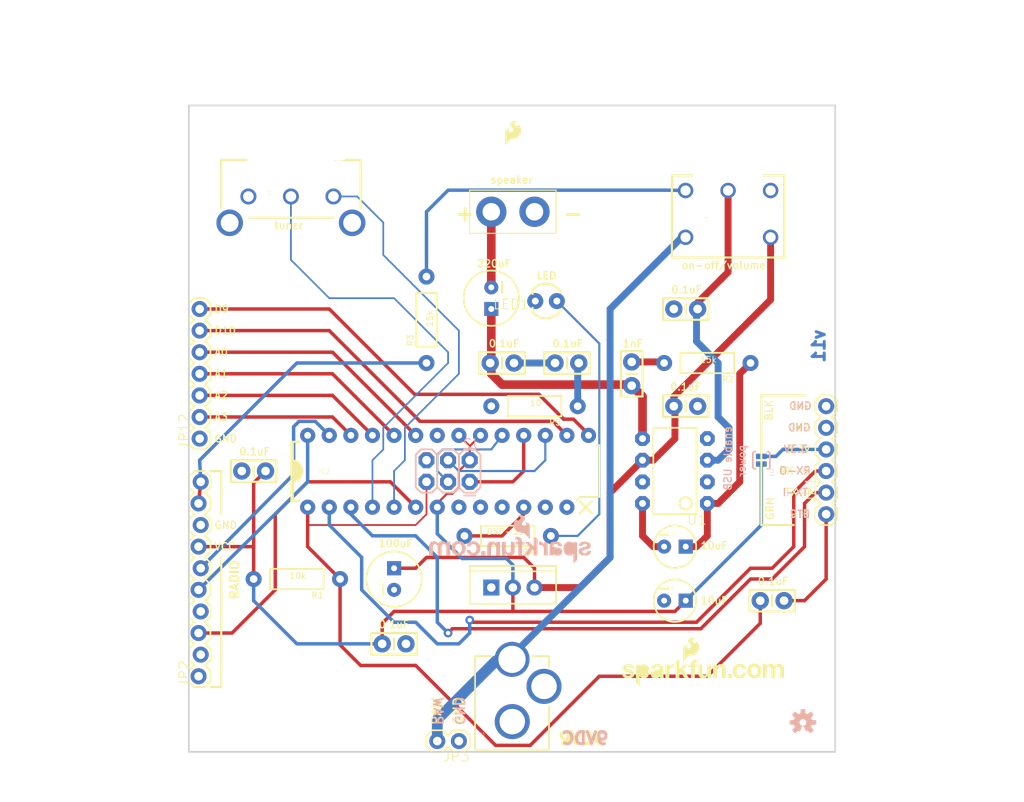
<source format=kicad_pcb>
(kicad_pcb (version 20211014) (generator pcbnew)
  (layers (0 "F.Cu" signal) (31 "B.Cu" signal) (34 "B.Paste" user) (35 "F.Paste" user) (36 "B.SilkS" user "B.Silkscreen") (37 "F.SilkS" user "F.Silkscreen") (38 "B.Mask" user) (39 "F.Mask" user) (44 "Edge.Cuts" user))
  (net 0 "")
  (net 1 "GND")
  (net 2 "3.3V")
  (net 3 "RESET")
  (net 4 "MOSI")
  (net 5 "MISO")
  (net 6 "SCK")
  (net 7 "SDA")
  (net 8 "SCL")
  (net 9 "DTR")
  (net 10 "TX")
  (net 11 "RX")
  (net 12 "VIN")
  (net 13 "N$2")
  (net 14 "N$3")
  (net 15 "N$5")
  (net 16 "N$6")
  (net 17 "N$7")
  (net 18 "RST")
  (net 19 "RAW")
  (net 20 "N$4")
  (net 21 "N$8")
  (net 22 "N$9")
  (net 23 "AOUT")
  (net 24 "A")
  (net 25 "N$10")
  (net 26 "N$13")
  (net 27 "B")
  (net 28 "A0")
  (net 29 "A1")
  (net 30 "A2")
  (net 31 "A3")
  (net 32 "D9")
  (net 33 "D10")
  (net 34 "LED")
  (net 35 "N$1")
  (footprint "boardEagle:CAP-PTH-SMALL-KIT" (layer "F.Cu") (at 154.9511 97.2836 180)
    (fp_text reference "C10" hide)
    (fp_text value "0.1uF" hide)
  )
  (footprint "boardEagle:CAP-PTH-SMALL-KIT" (layer "F.Cu") (at 179.0811 125.2236 180)
    (fp_text reference "C1" hide)
    (fp_text value "0.1uF" hide)
  )
  (footprint "boardEagle:CPOL-RADIAL-100UF-25V" (layer "F.Cu") (at 134.6311 122.6836 90)
    (fp_text reference "C2")
    (fp_text value "100uF")
  )
  (footprint "boardEagle:CAP-PTH-SMALL-KIT" (layer "F.Cu") (at 162.5711 98.5536 90)
    (fp_text reference "C7" hide)
    (fp_text value "1nF" hide)
  )
  (footprint "boardEagle:CAP-PTH-SMALL-KIT" (layer "F.Cu") (at 168.9211 90.9336)
    (fp_text reference "C8" hide)
    (fp_text value "0.1uF" hide)
  )
  (footprint "boardEagle:AXIAL-0.4" (layer "F.Cu") (at 147.9911 117.6136 180)
    (fp_text reference "R4")
    (fp_text value "DNP-330")
  )
  (footprint "boardEagle:POT_PTH_SWITCH" (layer "F.Cu") (at 173.9011 77.0036 90)
    (fp_text reference "U3")
    (fp_text value "")
  )
  (footprint "boardEagle:1X10_LOCK" (layer "F.Cu") (at 111.7711 134.1136 90)
    (fp_text reference "JP2")
    (fp_text value "M10LOCK")
  )
  (footprint "boardEagle:FTDI_BASIC" (layer "F.Cu") (at 185.4311 115.0636 90)
    (fp_text reference "JP1")
    (fp_text value "FTDI_BASICPTH")
  )
  (footprint "boardEagle:CPOL-RADIAL-100UF-25V" (layer "F.Cu") (at 146.0611 89.6636 -90)
    (fp_text reference "C11")
    (fp_text value "220uF")
  )
  (footprint "boardEagle:CAP-PTH-SMALL-KIT" (layer "F.Cu") (at 118.1211 109.9836)
    (fp_text reference "C4" hide)
    (fp_text value "0.1uF" hide)
  )
  (footprint "boardEagle:DIP08" (layer "F.Cu") (at 167.6511 109.9836 90)
    (fp_text reference "U1")
    (fp_text value "LM386")
  )
  (footprint "boardEagle:AXIAL-0.4" (layer "F.Cu") (at 171.4611 97.2836 180)
    (fp_text reference "R2")
    (fp_text value "15k")
  )
  (footprint "boardEagle:CPOL-RADIAL-10UF-25V" (layer "F.Cu") (at 167.6511 125.2236)
    (fp_text reference "C6")
    (fp_text value "10uF")
  )
  (footprint "boardEagle:CAP-PTH-SMALL-KIT" (layer "F.Cu") (at 134.6311 130.3036 180)
    (fp_text reference "C3" hide)
    (fp_text value "0.1uF" hide)
  )
  (footprint "boardEagle:TO220-ADJ" (layer "F.Cu") (at 148.6011 123.6836)
    (fp_text reference "U5" hide)
    (fp_text value "V_REG_317SINK" hide)
  )
  (footprint "boardEagle:AXIAL-0.4" (layer "F.Cu") (at 138.4411 92.2036 90)
    (fp_text reference "R3")
    (fp_text value "15k")
  )
  (footprint "boardEagle:SFE-NEW-WEBLOGO" (layer "F.Cu") (at 161.4281 135.2566)
    (fp_text reference "JP9" hide)
    (fp_text value "LOGO-SFENEW" hide)
  )
  (footprint "boardEagle:DIL28-EZ-PB0" (layer "F.Cu") (at 139.7111 109.9836)
    (fp_text reference "IC2")
    (fp_text value "")
  )
  (footprint "boardEagle:CAP-PTH-SMALL-KIT" (layer "F.Cu") (at 147.3311 97.2836 180)
    (fp_text reference "C9" hide)
    (fp_text value "0.1uF" hide)
  )
  (footprint "boardEagle:ENCODER-16MM-QUAD" (layer "F.Cu") (at 122.5011 77.7036 90)
    (fp_text reference "U2")
    (fp_text value "Encoder")
  )
  (footprint "boardEagle:1X07" (layer "F.Cu") (at 111.7711 106.1736 90)
    (fp_text reference "JP12")
    (fp_text value "")
  )
  (footprint "" (layer "F.Cu") (at 128.1011 138.5036)
    (fp_text reference "@HOLE2" hide)
    (fp_text value "")
  )
  (footprint "boardEagle:SFE-LOGO-FLAME" (layer "F.Cu") (at 147.7121 71.6296)
    (fp_text reference "JP8" hide)
    (fp_text value "LOGO-SFESK" hide)
  )
  (footprint "boardEagle:CREATIVE_COMMONS" (layer "F.Cu") (at 109.2311 144.2736)
    (fp_text reference "U$2" hide)
    (fp_text value "CREATIVE_COMMONS" hide)
  )
  (footprint "boardEagle:AXIAL-0.4" (layer "F.Cu") (at 151.1411 102.3636 180)
    (fp_text reference "R5")
    (fp_text value "10")
  )
  (footprint "" (layer "F.Cu") (at 168.9011 71.5036)
    (fp_text reference "@HOLE1" hide)
    (fp_text value "")
  )
  (footprint "boardEagle:AXIAL-0.4" (layer "F.Cu") (at 123.2011 122.6836 180)
    (fp_text reference "R1")
    (fp_text value "10k")
  )
  (footprint "boardEagle:CAP-PTH-SMALL-KIT" (layer "F.Cu") (at 168.9211 102.3636 180)
    (fp_text reference "C5" hide)
    (fp_text value "0.1uF" hide)
  )
  (footprint "" (layer "F.Cu") (at 168.9011 138.5036)
    (fp_text reference "@HOLE3" hide)
    (fp_text value "")
  )
  (footprint "" (layer "F.Cu") (at 128.1011 71.5036)
    (fp_text reference "@HOLE0" hide)
    (fp_text value "")
  )
  (footprint "boardEagle:1X02_XTRA_BIG" (layer "F.Cu") (at 148.6011 79.5036)
    (fp_text reference "JP4" hide)
    (fp_text value "" hide)
  )
  (footprint "boardEagle:CPOL-RADIAL-10UF-25V" (layer "F.Cu") (at 167.6511 118.8736)
    (fp_text reference "C12")
    (fp_text value "10uF")
  )
  (footprint "boardEagle:1X02" (layer "F.Cu") (at 142.2511 141.7336 180)
    (fp_text reference "JP3")
    (fp_text value "")
  )
  (footprint "boardEagle:POWER_JACK_PTH_LOCK" (layer "F.Cu") (at 148.5011 146.0036)
    (fp_text reference "J1")
    (fp_text value "POWER_JACKPTH_LOCK")
  )
  (footprint "boardEagle:LED3MM" (layer "F.Cu") (at 152.5011 90.0036 180)
    (fp_text reference "LED1")
    (fp_text value "DNP")
  )
  (footprint "boardEagle:SJ_2S-NO" (layer "B.Cu") (at 177.8111 108.7136 90)
    (fp_text reference "SJ1")
    (fp_text value "SOLDERJUMPERNO")
  )
  (footprint "boardEagle:SFE-NEW-WEBLOGO" (layer "B.Cu") (at 157.7911 120.8436 180)
    (fp_text reference "JP11" hide)
    (fp_text value "LOGO-SFENEW" hide)
  )
  (footprint "boardEagle:2X3" (layer "B.Cu") (at 143.5211 111.2536 180)
    (fp_text reference "J2")
    (fp_text value "AVR_SPI_PRG_6PTH")
  )
  (footprint "boardEagle:OSHW-LOGO-S" (layer "B.Cu") (at 182.7011 139.5436 180)
    (fp_text reference "U$1" hide)
    (fp_text value "OSHW-LOGOS" hide)
  )
  (gr_line (start 157.8721 113.5396) (end 156.4751 114.9366) (layer "F.SilkS") (width 0.254))
  (gr_line (start 177.8111 116.3336) (end 177.8111 101.0936) (layer "F.SilkS") (width 0.254))
  (gr_line (start 114.3111 135.3836) (end 113.0411 135.3836) (layer "F.SilkS") (width 0.254))
  (gr_line (start 156.4751 113.5396) (end 157.8721 114.9366) (layer "F.SilkS") (width 0.254))
  (gr_line (start 114.3111 109.9836) (end 114.3111 115.0636) (layer "F.SilkS") (width 0.254))
  (gr_line (start 156.4751 113.0316) (end 156.0941 113.4126) (layer "F.SilkS") (width 0.2032))
  (gr_line (start 114.3111 120.1436) (end 114.3111 135.3836) (layer "F.SilkS") (width 0.254))
  (gr_line (start 182.8911 101.0936) (end 177.8111 101.0936) (layer "F.SilkS") (width 0.254))
  (gr_line (start 181.6211 116.3336) (end 177.8111 116.3336) (layer "F.SilkS") (width 0.254))
  (gr_line (start 158.5071 113.0316) (end 156.4751 113.0316) (layer "F.SilkS") (width 0.2032))
  (gr_line (start 113.0411 109.9836) (end 114.3111 109.9836) (layer "F.SilkS") (width 0.254))
  (gr_line (start 186.5011 143.0036) (end 186.5011 67.0036) (layer "Edge.Cuts") (width 0.2032))
  (gr_line (start 186.5011 67.0036) (end 110.5011 67.0036) (layer "Edge.Cuts") (width 0.2032))
  (gr_line (start 110.5011 143.0036) (end 186.5011 143.0036) (layer "Edge.Cuts") (width 0.2032))
  (gr_line (start 110.5011 67.0036) (end 110.5011 143.0036) (layer "Edge.Cuts") (width 0.2032))
  (gr_text "v11" (at 185.3981 93.1606 -270) (layer "B.Cu") (effects (font (size 1.4224 1.4224) (thickness 0.3556)) (justify left bottom mirror)))
  (gr_text "GND" (at 141.7121 139.9556 -90) (layer "B.SilkS") (effects (font (size 1.0795 1.0795) (thickness 0.1905)) (justify left bottom mirror)))
  (gr_text "9VDC" (at 160.0311 142.2416) (layer "B.SilkS") (effects (font (size 1.4224 1.4224) (thickness 0.3556)) (justify left bottom mirror)))
  (gr_text "TX-I" (at 180.2241 111.9846) (layer "B.SilkS") (effects (font (size 0.8636 0.8636) (thickness 0.1524)) (justify right top mirror)))
  (gr_text "GND" (at 180.9861 101.8246) (layer "B.SilkS") (effects (font (size 0.8636 0.8636) (thickness 0.1524)) (justify right top mirror)))
  (gr_text "RX-O" (at 179.8431 109.4446) (layer "B.SilkS") (effects (font (size 0.8636 0.8636) (thickness 0.1524)) (justify right top mirror)))
  (gr_text "DTR" (at 183.6531 115.5716) (layer "B.SilkS") (effects (font (size 0.8636 0.8636) (thickness 0.1524)) (justify left bottom mirror)))
  (gr_text "3.3V" (at 180.3511 106.9046) (layer "B.SilkS") (effects (font (size 0.8636 0.8636) (thickness 0.1524)) (justify right top mirror)))
  (gr_text "GND" (at 180.8591 104.3646) (layer "B.SilkS") (effects (font (size 0.8636 0.8636) (thickness 0.1524)) (justify right top mirror)))
  (gr_text "RAW" (at 139.1721 139.9556 -90) (layer "B.SilkS") (effects (font (size 1.0795 1.0795) (thickness 0.1905)) (justify left bottom mirror)))
  (gr_text "enable USB" (at 174.3821 104.6496 -270) (layer "B.SilkS") (effects (font (size 0.8636 0.8636) (thickness 0.1524)) (justify left bottom mirror)))
  (gr_text "power" (at 176.0331 106.8086 -270) (layer "B.SilkS") (effects (font (size 0.8636 0.8636) (thickness 0.1524)) (justify left bottom mirror)))
  (gr_text "3.3V" (at 183.6531 106.9046) (layer "F.SilkS") (effects (font (size 0.8636 0.8636) (thickness 0.1524)) (justify right top)))
  (gr_text "A3" (at 113.4221 104.1416) (layer "F.SilkS") (effects (font (size 0.8636 0.8636) (thickness 0.1524)) (justify left bottom)))
  (gr_text "speaker" (at 145.8701 76.2686) (layer "F.SilkS") (effects (font (size 0.8636 0.8636) (thickness 0.1524)) (justify left bottom)))
  (gr_text "BLK" (at 179.2081 104.1416 90) (layer "F.SilkS") (effects (font (size 0.8636 0.8636) (thickness 0.1524)) (justify left bottom)))
  (gr_text "9VDC" (at 153.8081 142.2416) (layer "F.SilkS") (effects (font (size 1.4224 1.4224) (thickness 0.3556)) (justify left bottom)))
  (gr_text "A1" (at 113.4221 99.0616) (layer "F.SilkS") (effects (font (size 0.8636 0.8636) (thickness 0.1524)) (justify left bottom)))
  (gr_text "0.1uF" (at 145.6801 95.5056) (layer "F.SilkS") (effects (font (size 0.8636 0.8636) (thickness 0.1524)) (justify left bottom)))
  (gr_text "RAW" (at 140.2501 139.9556 90) (layer "F.SilkS") (effects (font (size 1.0795 1.0795) (thickness 0.1905)) (justify left bottom)))
  (gr_text "1nF" (at 161.4281 95.5056) (layer "F.SilkS") (effects (font (size 0.8636 0.8636) (thickness 0.1524)) (justify left bottom)))
  (gr_text "A0" (at 113.4221 96.5216) (layer "F.SilkS") (effects (font (size 0.8636 0.8636) (thickness 0.1524)) (justify left bottom)))
  (gr_text "LED" (at 151.3011 87.5036) (layer "F.SilkS") (effects (font (size 0.84328 0.84328) (thickness 0.17272)) (justify left bottom)))
  (gr_text "GND" (at 183.7801 101.8246) (layer "F.SilkS") (effects (font (size 0.8636 0.8636) (thickness 0.1524)) (justify right top)))
  (gr_text "GRN" (at 179.3351 115.8256 90) (layer "F.SilkS") (effects (font (size 0.8636 0.8636) (thickness 0.1524)) (justify left bottom)))
  (gr_text "GND" (at 113.4221 116.8416) (layer "F.SilkS") (effects (font (size 0.8636 0.8636) (thickness 0.1524)) (justify left bottom)))
  (gr_text "100uF" (at 132.7261 119.0006) (layer "F.SilkS") (effects (font (size 0.8636 0.8636) (thickness 0.1524)) (justify left bottom)))
  (gr_text "RX-O" (at 183.6531 109.4446) (layer "F.SilkS") (effects (font (size 0.8636 0.8636) (thickness 0.1524)) (justify right top)))
  (gr_text "D9" (at 113.4221 91.4416) (layer "F.SilkS") (effects (font (size 0.8636 0.8636) (thickness 0.1524)) (justify left bottom)))
  (gr_text "+" (at 141.6161 80.7736) (layer "F.SilkS") (effects (font (size 1.85674 1.85674) (thickness 0.32766)) (justify left bottom)))
  (gr_text "-" (at 154.3161 80.7736) (layer "F.SilkS") (effects (font (size 1.85674 1.85674) (thickness 0.32766)) (justify left bottom)))
  (gr_text "220uF" (at 144.2831 86.1076) (layer "F.SilkS") (effects (font (size 0.8636 0.8636) (thickness 0.1524)) (justify left bottom)))
  (gr_text "A2" (at 113.4221 101.6016) (layer "F.SilkS") (effects (font (size 0.8636 0.8636) (thickness 0.1524)) (justify left bottom)))
  (gr_text "0.1uF" (at 132.7261 128.5256) (layer "F.SilkS") (effects (font (size 0.8636 0.8636) (thickness 0.1524)) (justify left bottom)))
  (gr_text "GND" (at 183.6531 104.3646) (layer "F.SilkS") (effects (font (size 0.8636 0.8636) (thickness 0.1524)) (justify right top)))
  (gr_text "0.1uF" (at 167.0161 100.5856) (layer "F.SilkS") (effects (font (size 0.8636 0.8636) (thickness 0.1524)) (justify left bottom)))
  (gr_text "RADIO" (at 116.4701 125.2236 90) (layer "F.SilkS") (effects (font (size 1.0414 1.0414) (thickness 0.2286)) (justify left bottom)))
  (gr_text "GND" (at 113.4221 106.6816) (layer "F.SilkS") (effects (font (size 0.8636 0.8636) (thickness 0.1524)) (justify left bottom)))
  (gr_text "tuner" (at 120.4701 81.6026) (layer "F.SilkS") (effects (font (size 0.8636 0.8636) (thickness 0.1524)) (justify left bottom)))
  (gr_text "10uF" (at 170.5721 125.7316) (layer "F.SilkS") (effects (font (size 0.8636 0.8636) (thickness 0.1524)) (justify left bottom)))
  (gr_text "0.1uF" (at 167.1431 89.1556) (layer "F.SilkS") (effects (font (size 0.8636 0.8636) (thickness 0.1524)) (justify left bottom)))
  (gr_text "0.1uF" (at 116.3431 108.2056) (layer "F.SilkS") (effects (font (size 0.8636 0.8636) (thickness 0.1524)) (justify left bottom)))
  (gr_text "VCC" (at 113.4221 119.3816) (layer "F.SilkS") (effects (font (size 0.8636 0.8636) (thickness 0.1524)) (justify left bottom)))
  (gr_text "DTR" (at 183.6531 114.5246) (layer "F.SilkS") (effects (font (size 0.8636 0.8636) (thickness 0.1524)) (justify right top)))
  (gr_text "0.1uF" (at 177.3031 123.4456) (layer "F.SilkS") (effects (font (size 0.8636 0.8636) (thickness 0.1524)) (justify left bottom)))
  (gr_text "GND" (at 142.7901 139.9556 90) (layer "F.SilkS") (effects (font (size 1.0795 1.0795) (thickness 0.1905)) (justify left bottom)))
  (gr_text "on-off/volume" (at 168.3491 86.3016) (layer "F.SilkS") (effects (font (size 0.8636 0.8636) (thickness 0.1524)) (justify left bottom)))
  (gr_text "0.1uF" (at 153.1731 95.5056) (layer "F.SilkS") (effects (font (size 0.8636 0.8636) (thickness 0.1524)) (justify left bottom)))
  (gr_text "D10" (at 113.4221 93.9816) (layer "F.SilkS") (effects (font (size 0.8636 0.8636) (thickness 0.1524)) (justify left bottom)))
  (gr_text "10uF" (at 170.5721 119.2546) (layer "F.SilkS") (effects (font (size 0.8636 0.8636) (thickness 0.1524)) (justify left bottom)))
  (gr_text "TX-I" (at 183.6531 111.9846) (layer "F.SilkS") (effects (font (size 0.8636 0.8636) (thickness 0.1524)) (justify right top)))
  (segment (start 148.6011 126.4936) (end 153.6811 126.4936) (width 0.4064) (layer "F.Cu") (net 2))
  (segment (start 118.1211 118.8736) (end 118.1211 111.3806) (width 0.4064) (layer "F.Cu") (net 2))
  (segment (start 143.5211 108.7136) (end 143.5211 107.0626) (width 0.254) (layer "F.Cu") (net 2))
  (segment (start 139.7111 114.2381) (end 139.7111 113.7936) (width 0.254) (layer "F.Cu") (net 2))
  (segment (start 142.2511 109.9836) (end 142.2511 111.8886) (width 0.254) (layer "F.Cu") (net 2))
  (segment (start 141.4891 112.6506) (end 140.8541 112.6506) (width 0.254) (layer "F.Cu") (net 2))
  (segment (start 143.5211 108.7136) (end 142.2511 109.9836) (width 0.254) (layer "F.Cu") (net 2))
  (segment (start 142.2511 111.8886) (end 141.4891 112.6506) (width 0.254) (layer "F.Cu") (net 2))
  (segment (start 165.1111 126.4936) (end 167.6511 126.4936) (width 0.4064) (layer "F.Cu") (net 2))
  (segment (start 148.6011 123.9536) (end 148.6011 126.4936) (width 0.4064) (layer "F.Cu") (net 2))
  (segment (start 118.1211 111.3806) (end 119.5181 109.9836) (width 0.4064) (layer "F.Cu") (net 2))
  (segment (start 133.2341 130.3036) (end 133.2341 127.8906) (width 0.4064) (layer "F.Cu") (net 2))
  (segment (start 133.2341 127.8906) (end 134.6311 126.4936) (width 0.4064) (layer "F.Cu") (net 2))
  (segment (start 167.6511 126.4936) (end 168.9211 125.2236) (width 0.4064) (layer "F.Cu") (net 2))
  (segment (start 111.6441 118.8736) (end 118.1211 118.8736) (width 0.4064) (layer "F.Cu") (net 2))
  (segment (start 139.7111 113.7936) (end 140.8541 112.6506) (width 0.254) (layer "F.Cu") (net 2))
  (segment (start 147.3311 126.4936) (end 148.6011 126.4936) (width 0.4064) (layer "F.Cu") (net 2))
  (segment (start 118.1211 122.6836) (end 118.1211 118.8736) (width 0.4064) (layer "F.Cu") (net 2))
  (segment (start 148.6011 123.9536) (end 148.6011 123.6836) (width 0.4064) (layer "F.Cu") (net 2))
  (segment (start 143.5211 107.0626) (end 144.7911 105.7926) (width 0.254) (layer "F.Cu") (net 2))
  (segment (start 153.6811 126.4936) (end 165.1111 126.4936) (width 0.4064) (layer "F.Cu") (net 2))
  (segment (start 143.5211 107.0626) (end 142.2511 105.7926) (width 0.254) (layer "F.Cu") (net 2))
  (segment (start 134.6311 126.4936) (end 147.3311 126.4936) (width 0.4064) (layer "F.Cu") (net 2))
  (segment (start 139.7111 116.3336) (end 139.7111 117.3496) (width 0.4064) (layer "B.Cu") (net 2))
  (segment (start 139.7111 117.3496) (end 142.6321 120.2706) (width 0.4064) (layer "B.Cu") (net 2))
  (segment (start 177.8111 109.1636) (end 177.8111 116.3336) (width 0.4064) (layer "B.Cu") (net 2))
  (segment (start 171.4611 122.6836) (end 168.9211 125.2236) (width 0.4064) (layer "B.Cu") (net 2))
  (segment (start 177.8111 116.3336) (end 171.4611 122.6836) (width 0.4064) (layer "B.Cu") (net 2))
  (segment (start 148.6011 121.0326) (end 148.6011 123.6836) (width 0.4064) (layer "B.Cu") (net 2))
  (segment (start 142.6321 120.2706) (end 147.8391 120.2706) (width 0.4064) (layer "B.Cu") (net 2))
  (segment (start 123.2011 130.3036) (end 133.2341 130.3036) (width 0.4064) (layer "B.Cu") (net 2))
  (segment (start 118.1211 122.6836) (end 118.1211 125.2236) (width 0.4064) (layer "B.Cu") (net 2))
  (segment (start 118.1211 125.2236) (end 121.9311 129.0336) (width 0.4064) (layer "B.Cu") (net 2))
  (segment (start 121.9311 129.0336) (end 123.2011 130.3036) (width 0.4064) (layer "B.Cu") (net 2))
  (segment (start 147.8391 120.2706) (end 148.6011 121.0326) (width 0.4064) (layer "B.Cu") (net 2))
  (segment (start 139.7111 116.3336) (end 139.7111 114.2381) (width 0.4064) (layer "B.Cu") (net 2))
  (segment (start 177.6841 127.8906) (end 171.4611 134.1136) (width 0.4064) (layer "F.Cu") (net 3))
  (segment (start 130.6941 132.8436) (end 128.2811 130.4306) (width 0.4064) (layer "F.Cu") (net 3))
  (segment (start 124.4711 118.8736) (end 128.2811 122.6836) (width 0.4064) (layer "F.Cu") (net 3))
  (segment (start 150.6331 142.2416) (end 151.1411 141.7336) (width 0.4064) (layer "F.Cu") (net 3))
  (segment (start 177.6841 125.2236) (end 177.6841 127.8906) (width 0.4064) (layer "F.Cu") (net 3))
  (segment (start 144.7911 140.4636) (end 140.9811 136.6536) (width 0.4064) (layer "F.Cu") (net 3))
  (segment (start 152.4111 140.4636) (end 151.1411 141.7336) (width 0.4064) (layer "F.Cu") (net 3))
  (segment (start 171.4611 134.1136) (end 158.7611 134.1136) (width 0.4064) (layer "F.Cu") (net 3))
  (segment (start 124.4711 116.3336) (end 124.4711 118.8736) (width 0.4064) (layer "F.Cu") (net 3))
  (segment (start 146.0611 141.7336) (end 146.5691 142.2416) (width 0.4064) (layer "F.Cu") (net 3))
  (segment (start 137.1711 132.8436) (end 130.6941 132.8436) (width 0.4064) (layer "F.Cu") (net 3))
  (segment (start 146.0611 141.7336) (end 144.7911 140.4636) (width 0.4064) (layer "F.Cu") (net 3))
  (segment (start 138.4411 111.2536) (end 138.4411 115.0636) (width 0.2032) (layer "F.Cu") (net 3))
  (segment (start 124.4711 114.2381) (end 124.4711 116.3336) (width 0.4064) (layer "F.Cu") (net 3))
  (segment (start 138.4411 115.0636) (end 137.1711 116.3336) (width 0.2032) (layer "F.Cu") (net 3))
  (segment (start 128.2811 122.6836) (end 128.2811 130.4306) (width 0.4064) (layer "F.Cu") (net 3))
  (segment (start 146.5691 142.2416) (end 150.6331 142.2416) (width 0.4064) (layer "F.Cu") (net 3))
  (segment (start 158.7611 134.1136) (end 152.4111 140.4636) (width 0.4064) (layer "F.Cu") (net 3))
  (segment (start 140.9811 136.6536) (end 137.1711 132.8436) (width 0.4064) (layer "F.Cu") (net 3))
  (segment (start 137.1711 116.3336) (end 124.4711 116.3336) (width 0.2032) (layer "F.Cu") (net 3))
  (segment (start 152.4111 105.7926) (end 152.4111 108.7136) (width 0.254) (layer "B.Cu") (net 4))
  (segment (start 151.1411 109.9836) (end 142.2511 109.9836) (width 0.254) (layer "B.Cu") (net 4))
  (segment (start 152.4111 108.7136) (end 151.1411 109.9836) (width 0.254) (layer "B.Cu") (net 4))
  (segment (start 142.2511 109.9836) (end 140.9811 108.7136) (width 0.254) (layer "B.Cu") (net 4))
  (segment (start 148.6011 111.2536) (end 149.8711 109.9836) (width 0.4064) (layer "F.Cu") (net 5))
  (segment (start 149.8711 109.9836) (end 149.8711 105.7926) (width 0.4064) (layer "F.Cu") (net 5))
  (segment (start 143.5211 111.2536) (end 148.6011 111.2536) (width 0.4064) (layer "F.Cu") (net 5))
  (segment (start 139.7111 108.0786) (end 140.3461 107.4436) (width 0.254) (layer "B.Cu") (net 6))
  (segment (start 146.0611 107.4436) (end 147.3311 105.7926) (width 0.254) (layer "B.Cu") (net 6))
  (segment (start 140.3461 107.4436) (end 146.0611 107.4436) (width 0.254) (layer "B.Cu") (net 6))
  (segment (start 140.9811 111.2536) (end 139.7111 109.9836) (width 0.254) (layer "B.Cu") (net 6))
  (segment (start 139.7111 109.9836) (end 139.7111 108.0786) (width 0.254) (layer "B.Cu") (net 6))
  (segment (start 122.8201 104.7766) (end 122.8201 110.3646) (width 0.4064) (layer "B.Cu") (net 7))
  (segment (start 125.3601 104.1416) (end 123.4551 104.1416) (width 0.4064) (layer "B.Cu") (net 7))
  (segment (start 123.4551 104.1416) (end 122.8201 104.7766) (width 0.4064) (layer "B.Cu") (net 7))
  (segment (start 127.0111 105.7926) (end 125.3601 104.1416) (width 0.4064) (layer "B.Cu") (net 7))
  (segment (start 122.8201 110.3646) (end 111.8981 121.4136) (width 0.4064) (layer "B.Cu") (net 7))
  (segment (start 124.4711 109.9836) (end 124.4711 111.2536) (width 0.4064) (layer "B.Cu") (net 8))
  (segment (start 124.4711 111.2536) (end 111.6441 123.9536) (width 0.4064) (layer "B.Cu") (net 8))
  (segment (start 124.4711 109.9836) (end 124.4711 105.7926) (width 0.4064) (layer "B.Cu") (net 8))
  (segment (start 185.4311 115.0636) (end 185.4311 122.6836) (width 0.4064) (layer "F.Cu") (net 9))
  (segment (start 185.4311 122.6836) (end 182.8911 125.2236) (width 0.4064) (layer "F.Cu") (net 9))
  (segment (start 182.8911 125.2236) (end 180.4781 125.2236) (width 0.4064) (layer "F.Cu") (net 9))
  (segment (start 182.8911 116.3336) (end 182.8911 118.8736) (width 0.4064) (layer "F.Cu") (net 10))
  (segment (start 160.7931 128.5256) (end 170.6991 128.5256) (width 0.4064) (layer "F.Cu") (net 10))
  (segment (start 182.8911 113.7936) (end 182.8911 116.3336) (width 0.4064) (layer "F.Cu") (net 10))
  (segment (start 182.8911 118.8736) (end 179.0811 122.6836) (width 0.4064) (layer "F.Cu") (net 10))
  (segment (start 184.1611 112.5236) (end 182.8911 113.7936) (width 0.4064) (layer "F.Cu") (net 10))
  (segment (start 179.0811 122.6836) (end 176.5411 122.6836) (width 0.4064) (layer "F.Cu") (net 10))
  (segment (start 176.5411 122.6836) (end 170.6991 128.5256) (width 0.4064) (layer "F.Cu") (net 10))
  (segment (start 141.4891 128.5256) (end 140.9811 129.0336) (width 0.4064) (layer "F.Cu") (net 10))
  (segment (start 185.4311 112.5236) (end 184.1611 112.5236) (width 0.4064) (layer "F.Cu") (net 10))
  (segment (start 160.7931 128.5256) (end 141.4891 128.5256) (width 0.4064) (layer "F.Cu") (net 10))
  (via (at 140.9811 129.0336) (size 1.016) (drill 0.508) (layers "F.Cu" "B.Cu") (net 10))
  (segment (start 139.7111 120.1436) (end 139.7111 127.7636) (width 0.4064) (layer "B.Cu") (net 10))
  (segment (start 137.1711 117.6036) (end 139.7111 120.1436) (width 0.4064) (layer "B.Cu") (net 10))
  (segment (start 129.5511 114.2381) (end 129.5511 115.0636) (width 0.4064) (layer "B.Cu") (net 10))
  (segment (start 132.0911 117.6036) (end 137.1711 117.6036) (width 0.4064) (layer "B.Cu") (net 10))
  (segment (start 139.7111 127.7636) (end 140.9811 129.0336) (width 0.4064) (layer "B.Cu") (net 10))
  (segment (start 129.5511 115.0636) (end 132.0911 117.6036) (width 0.4064) (layer "B.Cu") (net 10))
  (segment (start 181.6211 118.8736) (end 179.0811 121.4136) (width 0.4064) (layer "F.Cu") (net 11))
  (segment (start 143.7751 127.7636) (end 143.5211 127.5096) (width 0.4064) (layer "F.Cu") (net 11))
  (segment (start 181.6211 112.5236) (end 184.1611 109.9836) (width 0.4064) (layer "F.Cu") (net 11))
  (segment (start 181.6211 117.6036) (end 181.6211 112.5236) (width 0.4064) (layer "F.Cu") (net 11))
  (segment (start 162.5711 127.7636) (end 170.1911 127.7636) (width 0.4064) (layer "F.Cu") (net 11))
  (segment (start 179.0811 121.4136) (end 176.5411 121.4136) (width 0.4064) (layer "F.Cu") (net 11))
  (segment (start 184.1611 109.9836) (end 185.4311 109.9836) (width 0.4064) (layer "F.Cu") (net 11))
  (segment (start 162.5711 127.7636) (end 143.7751 127.7636) (width 0.4064) (layer "F.Cu") (net 11))
  (segment (start 181.6211 117.6036) (end 181.6211 118.8736) (width 0.4064) (layer "F.Cu") (net 11))
  (segment (start 176.5411 121.4136) (end 170.1911 127.7636) (width 0.4064) (layer "F.Cu") (net 11))
  (via (at 143.5211 127.5096) (size 1.016) (drill 0.508) (layers "F.Cu" "B.Cu") (net 11))
  (segment (start 139.7111 130.3036) (end 137.1711 127.7636) (width 0.4064) (layer "B.Cu") (net 11))
  (segment (start 143.5211 129.0336) (end 142.2511 130.3036) (width 0.4064) (layer "B.Cu") (net 11))
  (segment (start 127.0111 116.3336) (end 127.0111 114.2381) (width 0.4064) (layer "B.Cu") (net 11))
  (segment (start 134.6311 127.7636) (end 130.8211 123.9536) (width 0.4064) (layer "B.Cu") (net 11))
  (segment (start 143.5211 127.5096) (end 143.5211 129.0336) (width 0.4064) (layer "B.Cu") (net 11))
  (segment (start 142.2511 130.3036) (end 139.7111 130.3036) (width 0.4064) (layer "B.Cu") (net 11))
  (segment (start 130.8211 120.1436) (end 127.0111 116.3336) (width 0.4064) (layer "B.Cu") (net 11))
  (segment (start 137.1711 127.7636) (end 134.6311 127.7636) (width 0.4064) (layer "B.Cu") (net 11))
  (segment (start 130.8211 123.9536) (end 130.8211 120.1436) (width 0.4064) (layer "B.Cu") (net 11))
  (segment (start 167.6511 106.1736) (end 167.6511 102.4906) (width 0.8128) (layer "F.Cu") (net 12))
  (segment (start 137.1711 121.4136) (end 134.6311 121.4136) (width 0.4064) (layer "F.Cu") (net 12))
  (segment (start 163.8411 108.7136) (end 165.1111 108.7136) (width 0.8128) (layer "F.Cu") (net 12))
  (segment (start 178.9011 82.5036) (end 178.9011 89.8436) (width 0.8128) (layer "F.Cu") (net 12))
  (segment (start 151.1411 123.6836) (end 156.4911 123.6836) (width 0.8128) (layer "F.Cu") (net 12))
  (segment (start 138.4411 120.1436) (end 137.1711 121.4136) (width 0.4064) (layer "F.Cu") (net 12))
  (segment (start 178.9011 89.8436) (end 175.2711 93.4736) (width 0.8128) (layer "F.Cu") (net 12))
  (segment (start 156.4911 123.6836) (end 157.4911 122.6836) (width 0.8128) (layer "F.Cu") (net 12))
  (segment (start 167.5241 101.2206) (end 175.2711 93.4736) (width 0.8128) (layer "F.Cu") (net 12))
  (segment (start 167.5241 102.3636) (end 167.5241 101.2206) (width 0.8128) (layer "F.Cu") (net 12))
  (segment (start 149.8711 120.1436) (end 138.4411 120.1436) (width 0.4064) (layer "F.Cu") (net 12))
  (segment (start 165.1111 108.7136) (end 167.6511 106.1736) (width 0.8128) (layer "F.Cu") (net 12))
  (segment (start 167.6511 102.4906) (end 167.5241 102.3636) (width 0.4064) (layer "F.Cu") (net 12))
  (segment (start 151.1411 121.4136) (end 149.8711 120.1436) (width 0.4064) (layer "F.Cu") (net 12))
  (segment (start 160.0311 120.1436) (end 157.4911 122.6836) (width 0.8128) (layer "F.Cu") (net 12))
  (segment (start 151.1411 123.6836) (end 151.1411 121.4136) (width 0.4064) (layer "F.Cu") (net 12))
  (segment (start 163.8411 108.7136) (end 160.0311 112.5236) (width 0.8128) (layer "F.Cu") (net 12))
  (segment (start 160.0311 112.5236) (end 160.0311 120.1436) (width 0.8128) (layer "F.Cu") (net 12))
  (segment (start 173.9011 77.0036) (end 173.9011 86.6036) (width 0.8128) (layer "F.Cu") (net 13))
  (segment (start 170.3181 90.9336) (end 170.3181 90.1866) (width 0.8128) (layer "F.Cu") (net 13))
  (segment (start 170.3181 90.1866) (end 173.0011 87.5036) (width 0.8128) (layer "F.Cu") (net 13))
  (segment (start 173.0011 87.5036) (end 173.5011 87.0036) (width 0.8128) (layer "F.Cu") (net 13))
  (segment (start 173.9011 86.6036) (end 173.0011 87.5036) (width 0.8128) (layer "F.Cu") (net 13))
  (segment (start 172.7311 108.7136) (end 174.0011 107.4436) (width 0.8128) (layer "B.Cu") (net 13))
  (segment (start 170.1911 94.7436) (end 170.1911 91.0606) (width 0.8128) (layer "B.Cu") (net 13))
  (segment (start 172.7311 97.2836) (end 170.1911 94.7436) (width 0.8128) (layer "B.Cu") (net 13))
  (segment (start 172.7311 103.6336) (end 172.7311 97.2836) (width 0.8128) (layer "B.Cu") (net 13))
  (segment (start 174.0011 107.4436) (end 174.0011 104.9036) (width 0.8128) (layer "B.Cu") (net 13))
  (segment (start 171.4611 108.7136) (end 172.7311 108.7136) (width 0.8128) (layer "B.Cu") (net 13))
  (segment (start 174.0011 104.9036) (end 172.7311 103.6336) (width 0.8128) (layer "B.Cu") (net 13))
  (segment (start 170.1911 91.0606) (end 170.3181 90.9336) (width 0.4064) (layer "B.Cu") (net 13))
  (segment (start 147.3311 99.8236) (end 146.0611 98.5536) (width 1.016) (layer "F.Cu") (net 14))
  (segment (start 163.8411 101.2206) (end 162.5711 99.9506) (width 1.016) (layer "F.Cu") (net 14))
  (segment (start 158.7611 99.8236) (end 162.4441 99.8236) (width 1.016) (layer "F.Cu") (net 14))
  (segment (start 146.0611 97.2836) (end 145.9341 97.2836) (width 0.4064) (layer "F.Cu") (net 14))
  (segment (start 146.0611 90.9336) (end 146.0611 97.2836) (width 1.016) (layer "F.Cu") (net 14))
  (segment (start 158.7611 99.8236) (end 147.3311 99.8236) (width 1.016) (layer "F.Cu") (net 14))
  (segment (start 146.0611 98.5536) (end 146.0611 97.4106) (width 1.016) (layer "F.Cu") (net 14))
  (segment (start 146.0611 97.4106) (end 145.9341 97.2836) (width 1.016) (layer "F.Cu") (net 14))
  (segment (start 162.4441 99.8236) (end 162.5711 99.9506) (width 1.016) (layer "F.Cu") (net 14))
  (segment (start 163.8411 106.1736) (end 163.8411 101.2206) (width 1.016) (layer "F.Cu") (net 14))
  (segment (start 146.0611 79.5036) (end 146.0611 88.3936) (width 1.016) (layer "F.Cu") (net 15))
  (segment (start 148.7281 97.2836) (end 153.5541 97.2836) (width 0.8128) (layer "B.Cu") (net 16))
  (segment (start 156.2211 97.4106) (end 156.3481 97.2836) (width 0.8128) (layer "B.Cu") (net 17))
  (segment (start 156.2211 98.5536) (end 156.2211 97.4106) (width 0.8128) (layer "B.Cu") (net 17))
  (segment (start 156.2211 98.6806) (end 156.2211 98.5536) (width 0.254) (layer "B.Cu") (net 17))
  (segment (start 156.2211 102.3636) (end 156.2211 98.6806) (width 0.8128) (layer "B.Cu") (net 17))
  (segment (start 133.3611 111.2536) (end 134.1866 111.2536) (width 0.4064) (layer "F.Cu") (net 18))
  (segment (start 120.6611 123.9536) (end 119.3911 125.2236) (width 0.4064) (layer "F.Cu") (net 18))
  (segment (start 111.6441 129.0336) (end 115.5811 129.0336) (width 0.4064) (layer "F.Cu") (net 18))
  (segment (start 124.4711 111.2536) (end 120.6611 115.0636) (width 0.4064) (layer "F.Cu") (net 18))
  (segment (start 120.6611 115.0636) (end 120.6611 123.9536) (width 0.4064) (layer "F.Cu") (net 18))
  (segment (start 134.1866 111.2536) (end 137.1711 114.2381) (width 0.4064) (layer "F.Cu") (net 18))
  (segment (start 133.3611 111.2536) (end 124.4711 111.2536) (width 0.4064) (layer "F.Cu") (net 18))
  (segment (start 115.5811 129.0336) (end 119.3911 125.2236) (width 0.4064) (layer "F.Cu") (net 18))
  (segment (start 160.0311 120.1436) (end 158.7611 121.4136) (width 0.8128) (layer "B.Cu") (net 19))
  (segment (start 148.5011 132.1258) (end 148.8711 131.3036) (width 0.8128) (layer "B.Cu") (net 19))
  (segment (start 160.0311 90.9336) (end 166.3811 84.5836) (width 0.8128) (layer "B.Cu") (net 19))
  (segment (start 143.5211 135.3836) (end 139.7111 139.1936) (width 1.27) (layer "B.Cu") (net 19))
  (segment (start 160.0311 115.0636) (end 160.0311 92.2036) (width 0.8128) (layer "B.Cu") (net 19))
  (segment (start 160.0311 92.2036) (end 160.0311 90.9336) (width 0.8128) (layer "B.Cu") (net 19))
  (segment (start 139.7111 139.1936) (end 139.7111 141.7336) (width 1.27) (layer "B.Cu") (net 19))
  (segment (start 143.5211 135.3836) (end 146.0611 132.8436) (width 1.27) (layer "B.Cu") (net 19))
  (segment (start 148.8711 131.3036) (end 158.7611 121.4136) (width 0.8128) (layer "B.Cu") (net 19))
  (segment (start 168.9011 82.5036) (end 168.4611 82.5036) (width 0.8128) (layer "B.Cu") (net 19))
  (segment (start 160.0311 115.0636) (end 160.0311 120.1436) (width 0.8128) (layer "B.Cu") (net 19))
  (segment (start 148.5011 132.1258) (end 146.6011 132.3036) (width 1.27) (layer "B.Cu") (net 19))
  (segment (start 168.4611 82.5036) (end 166.3811 84.5836) (width 0.8128) (layer "B.Cu") (net 19))
  (segment (start 146.6011 132.3036) (end 146.0611 132.8436) (width 1.27) (layer "B.Cu") (net 19))
  (segment (start 175.2711 98.5536) (end 176.5411 97.2836) (width 0.8128) (layer "F.Cu") (net 20))
  (segment (start 171.4611 117.6036) (end 170.1911 118.8736) (width 0.8128) (layer "F.Cu") (net 20))
  (segment (start 172.7311 113.7936) (end 175.2711 111.2536) (width 0.8128) (layer "F.Cu") (net 20))
  (segment (start 170.1911 118.8736) (end 168.9211 118.8736) (width 0.8128) (layer "F.Cu") (net 20))
  (segment (start 175.2711 111.2536) (end 175.2711 98.5536) (width 0.8128) (layer "F.Cu") (net 20))
  (segment (start 171.4611 113.7936) (end 172.7311 113.7936) (width 0.8128) (layer "F.Cu") (net 20))
  (segment (start 171.4611 113.7936) (end 171.4611 117.6036) (width 0.8128) (layer "F.Cu") (net 20))
  (segment (start 165.1111 118.8736) (end 166.3811 118.8736) (width 0.8128) (layer "F.Cu") (net 21))
  (segment (start 163.8411 117.6036) (end 165.1111 118.8736) (width 0.8128) (layer "F.Cu") (net 21))
  (segment (start 163.8411 113.7936) (end 163.8411 117.6036) (width 0.8128) (layer "F.Cu") (net 21))
  (segment (start 162.5711 97.1566) (end 166.2541 97.1566) (width 0.8128) (layer "F.Cu") (net 22))
  (segment (start 166.2541 97.1566) (end 166.3811 97.2836) (width 0.8128) (layer "F.Cu") (net 22))
  (segment (start 111.6441 113.7936) (end 111.8981 111.2536) (width 0.4064) (layer "F.Cu") (net 23))
  (segment (start 123.2011 97.2836) (end 111.7711 108.7136) (width 0.4064) (layer "B.Cu") (net 23))
  (segment (start 138.4411 97.2836) (end 123.2011 97.2836) (width 0.4064) (layer "B.Cu") (net 23))
  (segment (start 111.7711 108.7136) (end 111.8981 111.2536) (width 0.4064) (layer "B.Cu") (net 23))
  (segment (start 133.3611 82.0436) (end 133.3611 80.7736) (width 0.2032) (layer "B.Cu") (net 24))
  (segment (start 130.2911 77.7036) (end 130.8211 78.2336) (width 0.2032) (layer "B.Cu") (net 24))
  (segment (start 135.9011 104.9036) (end 142.2511 98.5536) (width 0.2032) (layer "B.Cu") (net 24))
  (segment (start 133.3611 80.7736) (end 130.8211 78.2336) (width 0.2032) (layer "B.Cu") (net 24))
  (segment (start 142.2511 93.4736) (end 133.3611 84.5836) (width 0.2032) (layer "B.Cu") (net 24))
  (segment (start 127.5011 77.7036) (end 130.2911 77.7036) (width 0.2032) (layer "B.Cu") (net 24))
  (segment (start 135.9011 108.7136) (end 135.9011 104.9036) (width 0.2032) (layer "B.Cu") (net 24))
  (segment (start 133.3611 84.5836) (end 133.3611 82.0436) (width 0.2032) (layer "B.Cu") (net 24))
  (segment (start 142.2511 98.5536) (end 142.2511 93.4736) (width 0.2032) (layer "B.Cu") (net 24))
  (segment (start 134.6311 114.2381) (end 134.6311 109.9836) (width 0.2032) (layer "B.Cu") (net 24))
  (segment (start 134.6311 109.9836) (end 135.9011 108.7136) (width 0.2032) (layer "B.Cu") (net 24))
  (segment (start 166.8611 76.9636) (end 168.9011 77.0036) (width 0.4064) (layer "B.Cu") (net 25))
  (segment (start 138.4411 87.1236) (end 138.4411 79.5036) (width 0.4064) (layer "B.Cu") (net 25))
  (segment (start 166.4611 76.9636) (end 166.8611 76.9636) (width 0.4064) (layer "B.Cu") (net 25))
  (segment (start 138.4411 79.5036) (end 140.9811 76.9636) (width 0.4064) (layer "B.Cu") (net 25))
  (segment (start 140.9811 76.9636) (end 166.4611 76.9636) (width 0.4064) (layer "B.Cu") (net 25))
  (segment (start 177.8111 108.2636) (end 179.5311 108.2636) (width 0.4064) (layer "B.Cu") (net 26))
  (segment (start 180.3511 107.4436) (end 181.6211 107.4436) (width 0.4064) (layer "B.Cu") (net 26))
  (segment (start 180.3511 107.4436) (end 181.6211 107.4436) (width 0.4064) (layer "B.Cu") (net 26))
  (segment (start 179.5311 108.2636) (end 180.3511 107.4436) (width 0.4064) (layer "B.Cu") (net 26))
  (segment (start 185.4311 107.4436) (end 181.6211 107.4436) (width 0.4064) (layer "B.Cu") (net 26))
  (segment (start 140.9811 96.0136) (end 134.6311 89.6636) (width 0.2032) (layer "B.Cu") (net 27))
  (segment (start 122.5011 77.7036) (end 122.5011 85.1536) (width 0.2032) (layer "B.Cu") (net 27))
  (segment (start 134.6311 89.6636) (end 127.0111 89.6636) (width 0.2032) (layer "B.Cu") (net 27))
  (segment (start 122.5011 85.1536) (end 127.0111 89.6636) (width 0.2032) (layer "B.Cu") (net 27))
  (segment (start 133.3611 104.9036) (end 140.9811 97.2836) (width 0.2032) (layer "B.Cu") (net 27))
  (segment (start 133.3611 107.4436) (end 133.3611 104.9036) (width 0.2032) (layer "B.Cu") (net 27))
  (segment (start 132.0911 108.7136) (end 133.3611 107.4436) (width 0.2032) (layer "B.Cu") (net 27))
  (segment (start 132.0911 114.2381) (end 132.0911 108.7136) (width 0.2032) (layer "B.Cu") (net 27))
  (segment (start 140.9811 97.2836) (end 140.9811 96.0136) (width 0.2032) (layer "B.Cu") (net 27))
  (segment (start 127.3921 96.0136) (end 137.1711 105.7926) (width 0.4064) (layer "F.Cu") (net 28))
  (segment (start 127.0111 96.0136) (end 127.3921 96.0136) (width 0.4064) (layer "F.Cu") (net 28))
  (segment (start 111.7711 96.0136) (end 127.0111 96.0136) (width 0.4064) (layer "F.Cu") (net 28))
  (segment (start 111.7711 98.5536) (end 127.0111 98.5536) (width 0.4064) (layer "F.Cu") (net 29))
  (segment (start 127.0111 98.5536) (end 127.3921 98.5536) (width 0.4064) (layer "F.Cu") (net 29))
  (segment (start 127.3921 98.5536) (end 134.6311 105.7926) (width 0.4064) (layer "F.Cu") (net 29))
  (segment (start 127.0111 101.0936) (end 127.3921 101.0936) (width 0.4064) (layer "F.Cu") (net 30))
  (segment (start 127.3921 101.0936) (end 132.0911 105.7926) (width 0.4064) (layer "F.Cu") (net 30))
  (segment (start 111.7711 101.0936) (end 127.0111 101.0936) (width 0.4064) (layer "F.Cu") (net 30))
  (segment (start 127.0111 103.6336) (end 127.3921 103.6336) (width 0.4064) (layer "F.Cu") (net 31))
  (segment (start 127.3921 103.6336) (end 129.5511 105.7926) (width 0.4064) (layer "F.Cu") (net 31))
  (segment (start 111.7711 103.6336) (end 127.0111 103.6336) (width 0.4064) (layer "F.Cu") (net 31))
  (segment (start 111.7711 90.9336) (end 127.0111 90.9336) (width 0.4064) (layer "F.Cu") (net 32))
  (segment (start 155.7131 103.8876) (end 154.5701 103.8876) (width 0.4064) (layer "F.Cu") (net 32))
  (segment (start 154.5701 103.8876) (end 151.6491 100.9666) (width 0.4064) (layer "F.Cu") (net 32))
  (segment (start 157.4911 105.7926) (end 157.4911 105.6656) (width 0.4064) (layer "F.Cu") (net 32))
  (segment (start 151.6491 100.9666) (end 137.0441 100.9666) (width 0.4064) (layer "F.Cu") (net 32))
  (segment (start 157.4911 105.6656) (end 155.7131 103.8876) (width 0.4064) (layer "F.Cu") (net 32))
  (segment (start 137.0441 100.9666) (end 127.0111 90.9336) (width 0.4064) (layer "F.Cu") (net 32))
  (segment (start 111.7711 93.4736) (end 127.0111 93.4736) (width 0.4064) (layer "F.Cu") (net 33))
  (segment (start 137.6791 104.1416) (end 127.0111 93.4736) (width 0.4064) (layer "F.Cu") (net 33))
  (segment (start 154.9511 105.7926) (end 153.3001 104.1416) (width 0.4064) (layer "F.Cu") (net 33))
  (segment (start 153.3001 104.1416) (end 137.6791 104.1416) (width 0.4064) (layer "F.Cu") (net 33))
  (segment (start 147.3211 117.6136) (end 149.8711 115.0636) (width 0.4064) (layer "F.Cu") (net 34))
  (segment (start 149.8711 115.0636) (end 149.8711 114.2381) (width 0.4064) (layer "F.Cu") (net 34))
  (segment (start 142.9111 117.6136) (end 147.3211 117.6136) (width 0.4064) (layer "F.Cu") (net 34))
  (segment (start 156.2111 117.6136) (end 158.7611 115.0636) (width 0.254) (layer "B.Cu") (net 35))
  (segment (start 158.7611 94.9936) (end 153.7711 90.0036) (width 0.254) (layer "B.Cu") (net 35))
  (segment (start 158.7611 115.0636) (end 158.7611 94.9936) (width 0.254) (layer "B.Cu") (net 35))
  (segment (start 153.0711 117.6136) (end 156.2111 117.6136) (width 0.254) (layer "B.Cu") (net 35))
)
</source>
